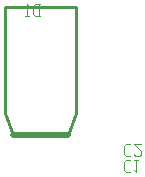
<source format=gbr>
G04 start of page 9 for group -4078 idx -4078 *
G04 Title: (unknown), bottomsilk *
G04 Creator: pcb 1.99z *
G04 CreationDate: Mon Dec  7 23:02:50 2015 UTC *
G04 For: commonadmin *
G04 Format: Gerber/RS-274X *
G04 PCB-Dimensions (mil): 900.00 1100.00 *
G04 PCB-Coordinate-Origin: lower left *
%MOIN*%
%FSLAX25Y25*%
%LNBOTTOMSILK*%
%ADD70C,0.0040*%
%ADD69C,0.0100*%
%ADD68C,0.0200*%
G54D68*X5800Y49400D02*X24200D01*
G54D69*X5800D02*X3200Y56600D01*
Y91800D02*Y56600D01*
Y91800D02*X26800D01*
Y56600D01*
X24200Y49400D01*
G54D70*X43624Y46350D02*X44924D01*
X42924Y45650D02*X43624Y46350D01*
X42924Y43050D02*Y45650D01*
Y43050D02*X43624Y42350D01*
X44924D01*
X46124Y42850D02*X46624Y42350D01*
X48124D01*
X48624Y42850D01*
Y43850D01*
X46124Y46350D02*X48624Y43850D01*
X46124Y46350D02*X48624D01*
X43624Y40850D02*X44924D01*
X42924Y40150D02*X43624Y40850D01*
X42924Y37550D02*Y40150D01*
Y37550D02*X43624Y36850D01*
X44924D01*
X46124Y37650D02*X46924Y36850D01*
Y40850D01*
X46124D02*X47624D01*
X14500Y88800D02*Y92800D01*
X13200D02*X12500Y92100D01*
Y89500D02*Y92100D01*
X13200Y88800D02*X12500Y89500D01*
X13200Y88800D02*X15000D01*
X13200Y92800D02*X15000D01*
X11300Y92000D02*X10500Y92800D01*
Y88800D02*Y92800D01*
X9800Y88800D02*X11300D01*
M02*

</source>
